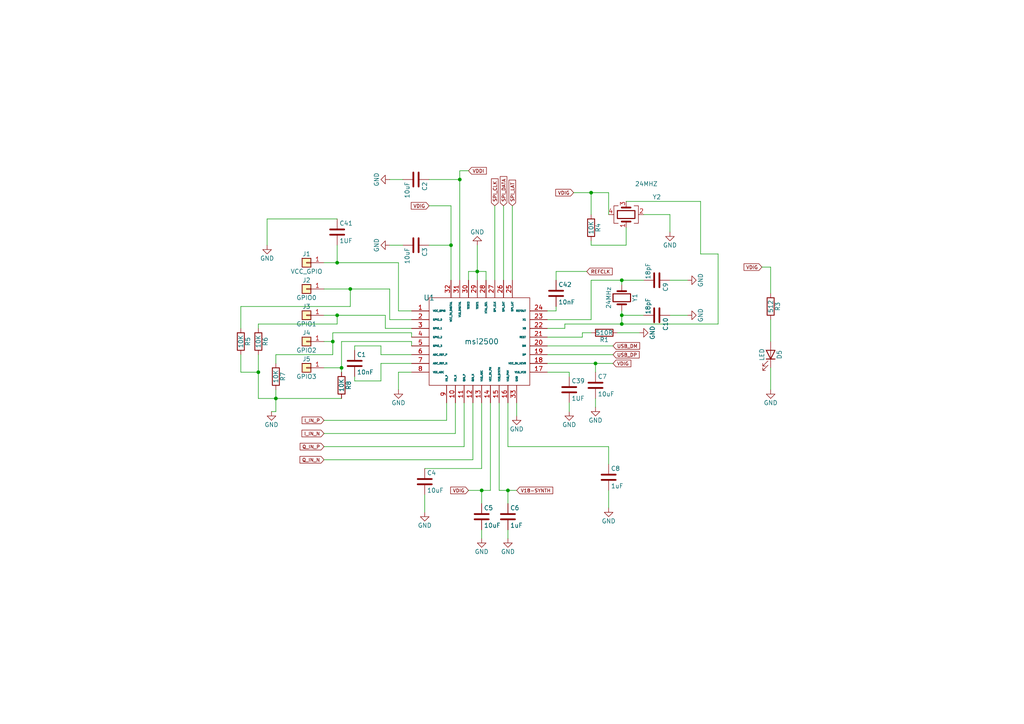
<source format=kicad_sch>
(kicad_sch (version 20211123) (generator eeschema)
  (paper "A4")
  (lib_symbols
    (symbol "Device:C" (pin_numbers hide) (pin_names (offset 0.254))
      (property "Reference" "C" (at 0.635 2.54 0))
      (property "Value" "C" (at 0.635 -2.54 0))
      (symbol "C_0_1"
        (polyline (pts (xy -2.032 -0.762) (xy 2.032 -0.762)) (stroke (width 0.508)))
        (polyline (pts (xy -2.032 0.762) (xy 2.032 0.762)) (stroke (width 0.508)))
      )
      (symbol "C_1_1"
        (pin passive line (at 0 3.81 270) (length 2.794) (name "~") (number "1"))
        (pin passive line (at 0 -3.81 90) (length 2.794) (name "~") (number "2"))
      )
    )
    (symbol "Device:Crystal" (pin_numbers hide) (pin_names (offset 1.016) hide)
      (property "Reference" "Y" (at 0 3.81 0))
      (property "Value" "Crystal" (at 0 -3.81 0))
      (symbol "Crystal_0_1"
        (rectangle (start -1.143 2.54) (end 1.143 -2.54) (stroke (width 0.3048)))
        (polyline (pts (xy -2.54 0) (xy -1.905 0)))
        (polyline (pts (xy -1.905 -1.27) (xy -1.905 1.27)) (stroke (width 0.508)))
        (polyline (pts (xy 1.905 -1.27) (xy 1.905 1.27)) (stroke (width 0.508)))
        (polyline (pts (xy 2.54 0) (xy 1.905 0)))
      )
      (symbol "Crystal_1_1"
        (pin passive line (at -3.81 0 0) (length 1.27) (name "1") (number "1"))
        (pin passive line (at 3.81 0 180) (length 1.27) (name "2") (number "2"))
      )
    )
    (symbol "Device:Crystal_GND24" (pin_names (offset 1.016) hide)
      (property "Reference" "Y" (at 3.175 5.08 0))
      (property "Value" "Crystal_GND24" (at 3.175 3.175 0))
      (symbol "Crystal_GND24_0_1"
        (rectangle (start -1.143 2.54) (end 1.143 -2.54) (stroke (width 0.3048)))
        (polyline (pts (xy -2.54 0) (xy -2.032 0)))
        (polyline (pts (xy -2.032 -1.27) (xy -2.032 1.27)) (stroke (width 0.508)))
        (polyline (pts (xy 0 -3.81) (xy 0 -3.556)))
        (polyline (pts (xy 0 3.556) (xy 0 3.81)))
        (polyline (pts (xy 2.032 -1.27) (xy 2.032 1.27)) (stroke (width 0.508)))
        (polyline (pts (xy 2.032 0) (xy 2.54 0)))
        (polyline (pts (xy -2.54 -2.286) (xy -2.54 -3.556) (xy 2.54 -3.556) (xy 2.54 -2.286)))
        (polyline (pts (xy -2.54 2.286) (xy -2.54 3.556) (xy 2.54 3.556) (xy 2.54 2.286)))
      )
      (symbol "Crystal_GND24_1_1"
        (pin passive line (at -3.81 0 0) (length 1.27) (name "1") (number "1"))
        (pin passive line (at 0 5.08 270) (length 1.27) (name "2") (number "2"))
        (pin passive line (at 3.81 0 180) (length 1.27) (name "3") (number "3"))
        (pin passive line (at 0 -5.08 90) (length 1.27) (name "4") (number "4"))
      )
    )
    (symbol "Device:LED" (pin_numbers hide) (pin_names (offset 1.016) hide)
      (property "Reference" "D" (at 0 2.54 0))
      (property "Value" "LED" (at 0 -2.54 0))
      (symbol "LED_0_1"
        (polyline (pts (xy -1.27 -1.27) (xy -1.27 1.27)) (stroke (width 0.254)))
        (polyline (pts (xy -1.27 0) (xy 1.27 0)))
        (polyline (pts (xy 1.27 -1.27) (xy 1.27 1.27) (xy -1.27 0) (xy 1.27 -1.27)) (stroke (width 0.254)))
        (polyline (pts (xy -3.048 -0.762) (xy -4.572 -2.286) (xy -3.81 -2.286) (xy -4.572 -2.286) (xy -4.572 -1.524)))
        (polyline (pts (xy -1.778 -0.762) (xy -3.302 -2.286) (xy -2.54 -2.286) (xy -3.302 -2.286) (xy -3.302 -1.524)))
      )
      (symbol "LED_1_1"
        (pin passive line (at -3.81 0 0) (length 2.54) (name "K") (number "1"))
        (pin passive line (at 3.81 0 180) (length 2.54) (name "A") (number "2"))
      )
    )
    (symbol "Device:R" (pin_numbers hide) (pin_names (offset 0))
      (property "Reference" "R" (at 2.032 0 90))
      (property "Value" "R" (at 0 0 90))
      (symbol "R_0_1"
        (rectangle (start -1.016 -2.54) (end 1.016 2.54) (stroke (width 0.254)))
      )
      (symbol "R_1_1"
        (pin passive line (at 0 3.81 270) (length 1.27) (name "~") (number "1"))
        (pin passive line (at 0 -3.81 90) (length 1.27) (name "~") (number "2"))
      )
    )
    (symbol "msi:msi2500" (pin_names (offset 1.016))
      (property "Reference" "U" (at 0 0 0))
      (property "Value" "msi2500" (at 15.24 -12.7 0))
      (symbol "msi2500_0_1"
        (rectangle (start 0 0) (end 29.21 -25.4))
      )
      (symbol "msi2500_1_1"
        (pin input line (at -5.08 -3.81 0) (length 5.08) (name "VCC_GPIO") (number "1"))
        (pin input line (at 7.62 -30.48 90) (length 5.08) (name "IIN_N") (number "10"))
        (pin input line (at 10.16 -30.48 90) (length 5.08) (name "QIN_P") (number "11"))
        (pin input line (at 12.7 -30.48 90) (length 5.08) (name "QIN_N") (number "12"))
        (pin input line (at 15.24 -30.48 90) (length 5.08) (name "V18_ADC") (number "13"))
        (pin input line (at 17.78 -30.48 90) (length 5.08) (name "VCC_3V_PM") (number "14"))
        (pin input line (at 20.32 -30.48 90) (length 5.08) (name "V18_SYNTH") (number "15"))
        (pin input line (at 22.86 -30.48 90) (length 5.08) (name "V18_PHY") (number "16"))
        (pin input line (at 34.29 -21.59 180) (length 5.08) (name "V15_VCO") (number "17"))
        (pin input line (at 34.29 -19.05 180) (length 5.08) (name "VCC_3V_XCVR") (number "18"))
        (pin input line (at 34.29 -16.51 180) (length 5.08) (name "DP") (number "19"))
        (pin input line (at -5.08 -6.35 0) (length 5.08) (name "GPIO_0") (number "2"))
        (pin input line (at 34.29 -13.97 180) (length 5.08) (name "DM") (number "20"))
        (pin input line (at 34.29 -11.43 180) (length 5.08) (name "REST") (number "21"))
        (pin input line (at 34.29 -8.89 180) (length 5.08) (name "X0") (number "22"))
        (pin input line (at 34.29 -6.35 180) (length 5.08) (name "X1") (number "23"))
        (pin input line (at 34.29 -3.81 180) (length 5.08) (name "REFOUT") (number "24"))
        (pin input line (at 24.13 5.08 270) (length 5.08) (name "SPI_LAT") (number "25"))
        (pin input line (at 21.59 5.08 270) (length 5.08) (name "SPI_DAT") (number "26"))
        (pin input line (at 19.05 5.08 270) (length 5.08) (name "SPI_CLK") (number "27"))
        (pin input line (at 16.51 5.08 270) (length 5.08) (name "XTAL_SEL") (number "28"))
        (pin input line (at 13.97 5.08 270) (length 5.08) (name "TEST1") (number "29"))
        (pin input line (at -5.08 -8.89 0) (length 5.08) (name "GPIO_1") (number "3"))
        (pin input line (at 11.43 5.08 270) (length 5.08) (name "TEST2") (number "30"))
        (pin input line (at 8.89 5.08 270) (length 5.08) (name "V18_DIGITAL") (number "31"))
        (pin input line (at 6.35 5.08 270) (length 5.08) (name "VCC_3V_DIGITAL") (number "32"))
        (pin input line (at 25.4 -30.48 90) (length 5.08) (name "GND") (number "33"))
        (pin input line (at -5.08 -11.43 0) (length 5.08) (name "GPIO_2") (number "4"))
        (pin input line (at -5.08 -13.97 0) (length 5.08) (name "GPIO_3") (number "5"))
        (pin input line (at -5.08 -16.51 0) (length 5.08) (name "ADC_REF_P") (number "6"))
        (pin input line (at -5.08 -19.05 0) (length 5.08) (name "ADC_REF_N") (number "7"))
        (pin input line (at -5.08 -21.59 0) (length 5.08) (name "VEE_ADC") (number "8"))
        (pin input line (at 5.08 -30.48 90) (length 5.08) (name "IIN_P") (number "9"))
      )
    )
    (symbol "msisdr-rescue:Conn_01x01" (pin_names (offset 1.016) hide)
      (property "Reference" "J" (at 0 2.54 0))
      (property "Value" "Conn_01x01" (at 0 -2.54 0))
      (symbol "Conn_01x01_1_1"
        (rectangle (start -1.27 0.127) (end 0 -0.127) (stroke (width 0.1524)))
        (rectangle (start -1.27 1.27) (end 1.27 -1.27) (stroke (width 0.254)) (fill (type background)))
        (pin passive line (at -5.08 0 0) (length 3.81) (name "Pin_1") (number "1"))
      )
    )
    (symbol "power:GND" (power) (pin_names (offset 0))
      (property "Value" "GND" (at 0 -3.81 0))
      (symbol "GND_0_1"
        (polyline (pts (xy 0 0) (xy 0 -1.27) (xy 1.27 -1.27) (xy 0 -2.54) (xy -1.27 -1.27) (xy 0 -1.27)))
      )
      (symbol "GND_1_1"
        (pin power_in line (at 0 0 270) (length 0) hide (name "GND") (number "1"))
      )
    )
  )
  (junction (at 138.43 78.74))
  (junction (at 180.34 81.28))
  (junction (at 172.72 105.41))
  (junction (at 96.52 99.06))
  (junction (at 99.06 106.68))
  (junction (at 133.35 52.07))
  (junction (at 130.81 71.12))
  (junction (at 74.93 107.95))
  (junction (at 97.79 91.44))
  (junction (at 97.79 76.2))
  (junction (at 101.6 83.82))
  (junction (at 147.32 142.24))
  (junction (at 171.45 55.88))
  (junction (at 180.34 91.44))
  (junction (at 139.7 142.24))
  (junction (at 180.34 93.98))
  (junction (at 80.01 115.57))
  (wire (pts (xy 101.6 88.9) (xy 69.85 88.9)))
  (wire (pts (xy 181.61 71.12) (xy 171.45 71.12)))
  (wire (pts (xy 101.6 83.82) (xy 101.6 88.9)))
  (wire (pts (xy 171.45 55.88) (xy 176.53 55.88)))
  (wire (pts (xy 158.75 90.17) (xy 161.29 90.17)))
  (wire (pts (xy 137.16 133.35) (xy 93.98 133.35)))
  (wire (pts (xy 97.79 63.5) (xy 77.47 63.5)))
  (wire (pts (xy 139.7 135.89) (xy 123.19 135.89)))
  (wire (pts (xy 111.76 91.44) (xy 97.79 91.44)))
  (wire (pts (xy 171.45 92.71) (xy 158.75 92.71)))
  (wire (pts (xy 180.34 90.17) (xy 180.34 91.44)))
  (wire (pts (xy 102.87 109.22) (xy 102.87 110.49)))
  (wire (pts (xy 161.29 78.74) (xy 170.18 78.74)))
  (wire (pts (xy 93.98 83.82) (xy 101.6 83.82)))
  (wire (pts (xy 77.47 63.5) (xy 77.47 71.12)))
  (wire (pts (xy 110.49 105.41) (xy 119.38 105.41)))
  (wire (pts (xy 80.01 119.38) (xy 78.74 119.38)))
  (wire (pts (xy 176.53 147.32) (xy 176.53 142.24)))
  (wire (pts (xy 135.89 78.74) (xy 138.43 78.74)))
  (wire (pts (xy 97.79 71.12) (xy 97.79 76.2)))
  (wire (pts (xy 115.57 76.2) (xy 97.79 76.2)))
  (wire (pts (xy 102.87 100.33) (xy 102.87 101.6)))
  (wire (pts (xy 119.38 96.52) (xy 119.38 97.79)))
  (wire (pts (xy 161.29 81.28) (xy 161.29 78.74)))
  (wire (pts (xy 69.85 88.9) (xy 69.85 95.25)))
  (wire (pts (xy 176.53 55.88) (xy 176.53 62.23)))
  (wire (pts (xy 147.32 156.21) (xy 147.32 153.67)))
  (wire (pts (xy 194.31 81.28) (xy 199.39 81.28)))
  (wire (pts (xy 158.75 105.41) (xy 172.72 105.41)))
  (wire (pts (xy 135.89 81.28) (xy 135.89 78.74)))
  (wire (pts (xy 113.03 83.82) (xy 113.03 92.71)))
  (wire (pts (xy 97.79 76.2) (xy 93.98 76.2)))
  (wire (pts (xy 130.81 71.12) (xy 130.81 81.28)))
  (wire (pts (xy 194.31 62.23) (xy 194.31 67.31)))
  (wire (pts (xy 102.87 110.49) (xy 110.49 110.49)))
  (wire (pts (xy 203.2 58.42) (xy 203.2 73.66)))
  (wire (pts (xy 186.69 91.44) (xy 180.34 91.44)))
  (wire (pts (xy 171.45 62.23) (xy 171.45 55.88)))
  (wire (pts (xy 133.35 52.07) (xy 133.35 81.28)))
  (wire (pts (xy 69.85 107.95) (xy 74.93 107.95)))
  (wire (pts (xy 80.01 115.57) (xy 80.01 119.38)))
  (wire (pts (xy 140.97 78.74) (xy 140.97 81.28)))
  (wire (pts (xy 147.32 116.84) (xy 147.32 129.54)))
  (wire (pts (xy 96.52 96.52) (xy 96.52 99.06)))
  (wire (pts (xy 97.79 91.44) (xy 97.79 93.98)))
  (wire (pts (xy 97.79 91.44) (xy 93.98 91.44)))
  (wire (pts (xy 80.01 102.87) (xy 80.01 105.41)))
  (wire (pts (xy 146.05 59.69) (xy 146.05 81.28)))
  (wire (pts (xy 99.06 106.68) (xy 99.06 107.95)))
  (wire (pts (xy 147.32 146.05) (xy 147.32 142.24)))
  (wire (pts (xy 139.7 156.21) (xy 139.7 153.67)))
  (wire (pts (xy 199.39 91.44) (xy 194.31 91.44)))
  (wire (pts (xy 116.84 71.12) (xy 113.03 71.12)))
  (wire (pts (xy 97.79 93.98) (xy 74.93 93.98)))
  (wire (pts (xy 208.28 73.66) (xy 208.28 93.98)))
  (wire (pts (xy 93.98 129.54) (xy 134.62 129.54)))
  (wire (pts (xy 168.91 96.52) (xy 171.45 96.52)))
  (wire (pts (xy 133.35 49.53) (xy 133.35 52.07)))
  (wire (pts (xy 158.75 102.87) (xy 177.8 102.87)))
  (wire (pts (xy 180.34 91.44) (xy 180.34 93.98)))
  (wire (pts (xy 180.34 82.55) (xy 180.34 81.28)))
  (wire (pts (xy 93.98 99.06) (xy 96.52 99.06)))
  (wire (pts (xy 139.7 142.24) (xy 139.7 146.05)))
  (wire (pts (xy 135.89 142.24) (xy 139.7 142.24)))
  (wire (pts (xy 119.38 107.95) (xy 115.57 107.95)))
  (wire (pts (xy 135.89 49.53) (xy 133.35 49.53)))
  (wire (pts (xy 96.52 99.06) (xy 96.52 102.87)))
  (wire (pts (xy 119.38 100.33) (xy 119.38 99.06)))
  (wire (pts (xy 171.45 71.12) (xy 171.45 69.85)))
  (wire (pts (xy 130.81 71.12) (xy 124.46 71.12)))
  (wire (pts (xy 123.19 143.51) (xy 123.19 148.59)))
  (wire (pts (xy 176.53 129.54) (xy 176.53 134.62)))
  (wire (pts (xy 99.06 99.06) (xy 99.06 106.68)))
  (wire (pts (xy 101.6 83.82) (xy 113.03 83.82)))
  (wire (pts (xy 119.38 90.17) (xy 115.57 90.17)))
  (wire (pts (xy 180.34 93.98) (xy 208.28 93.98)))
  (wire (pts (xy 179.07 96.52) (xy 185.42 96.52)))
  (wire (pts (xy 158.75 97.79) (xy 168.91 97.79)))
  (wire (pts (xy 110.49 102.87) (xy 110.49 100.33)))
  (wire (pts (xy 158.75 107.95) (xy 165.1 107.95)))
  (wire (pts (xy 74.93 107.95) (xy 74.93 115.57)))
  (wire (pts (xy 113.03 92.71) (xy 119.38 92.71)))
  (wire (pts (xy 134.62 129.54) (xy 134.62 116.84)))
  (wire (pts (xy 223.52 77.47) (xy 220.98 77.47)))
  (wire (pts (xy 96.52 102.87) (xy 80.01 102.87)))
  (wire (pts (xy 116.84 52.07) (xy 113.03 52.07)))
  (wire (pts (xy 142.24 142.24) (xy 142.24 116.84)))
  (wire (pts (xy 74.93 115.57) (xy 80.01 115.57)))
  (wire (pts (xy 168.91 97.79) (xy 168.91 96.52)))
  (wire (pts (xy 161.29 90.17) (xy 161.29 88.9)))
  (wire (pts (xy 138.43 78.74) (xy 140.97 78.74)))
  (wire (pts (xy 158.75 100.33) (xy 177.8 100.33)))
  (wire (pts (xy 129.54 121.92) (xy 129.54 116.84)))
  (wire (pts (xy 69.85 102.87) (xy 69.85 107.95)))
  (wire (pts (xy 110.49 110.49) (xy 110.49 105.41)))
  (wire (pts (xy 139.7 116.84) (xy 139.7 135.89)))
  (wire (pts (xy 80.01 115.57) (xy 99.06 115.57)))
  (wire (pts (xy 80.01 113.03) (xy 80.01 115.57)))
  (wire (pts (xy 171.45 81.28) (xy 171.45 92.71)))
  (wire (pts (xy 144.78 116.84) (xy 144.78 142.24)))
  (wire (pts (xy 119.38 99.06) (xy 99.06 99.06)))
  (wire (pts (xy 137.16 133.35) (xy 137.16 116.84)))
  (wire (pts (xy 148.59 81.28) (xy 148.59 59.69)))
  (wire (pts (xy 181.61 58.42) (xy 203.2 58.42)))
  (wire (pts (xy 143.51 81.28) (xy 143.51 59.69)))
  (wire (pts (xy 147.32 142.24) (xy 149.86 142.24)))
  (wire (pts (xy 172.72 107.95) (xy 172.72 105.41)))
  (wire (pts (xy 130.81 59.69) (xy 130.81 71.12)))
  (wire (pts (xy 172.72 118.11) (xy 172.72 115.57)))
  (wire (pts (xy 99.06 106.68) (xy 93.98 106.68)))
  (wire (pts (xy 93.98 121.92) (xy 129.54 121.92)))
  (wire (pts (xy 74.93 102.87) (xy 74.93 107.95)))
  (wire (pts (xy 138.43 71.12) (xy 138.43 78.74)))
  (wire (pts (xy 163.83 95.25) (xy 163.83 93.98)))
  (wire (pts (xy 158.75 95.25) (xy 163.83 95.25)))
  (wire (pts (xy 165.1 116.84) (xy 165.1 119.38)))
  (wire (pts (xy 132.08 125.73) (xy 93.98 125.73)))
  (wire (pts (xy 115.57 107.95) (xy 115.57 113.03)))
  (wire (pts (xy 139.7 142.24) (xy 142.24 142.24)))
  (wire (pts (xy 163.83 93.98) (xy 180.34 93.98)))
  (wire (pts (xy 223.52 85.09) (xy 223.52 77.47)))
  (wire (pts (xy 180.34 81.28) (xy 186.69 81.28)))
  (wire (pts (xy 110.49 100.33) (xy 102.87 100.33)))
  (wire (pts (xy 172.72 105.41) (xy 177.8 105.41)))
  (wire (pts (xy 149.86 120.65) (xy 149.86 116.84)))
  (wire (pts (xy 124.46 52.07) (xy 133.35 52.07)))
  (wire (pts (xy 96.52 96.52) (xy 119.38 96.52)))
  (wire (pts (xy 115.57 90.17) (xy 115.57 76.2)))
  (wire (pts (xy 74.93 93.98) (xy 74.93 95.25)))
  (wire (pts (xy 165.1 107.95) (xy 165.1 109.22)))
  (wire (pts (xy 138.43 78.74) (xy 138.43 81.28)))
  (wire (pts (xy 223.52 113.03) (xy 223.52 106.68)))
  (wire (pts (xy 147.32 129.54) (xy 176.53 129.54)))
  (wire (pts (xy 124.46 59.69) (xy 130.81 59.69)))
  (wire (pts (xy 119.38 95.25) (xy 111.76 95.25)))
  (wire (pts (xy 144.78 142.24) (xy 147.32 142.24)))
  (wire (pts (xy 111.76 95.25) (xy 111.76 91.44)))
  (wire (pts (xy 132.08 116.84) (xy 132.08 125.73)))
  (wire (pts (xy 223.52 92.71) (xy 223.52 99.06)))
  (wire (pts (xy 186.69 62.23) (xy 194.31 62.23)))
  (wire (pts (xy 203.2 73.66) (xy 208.28 73.66)))
  (wire (pts (xy 181.61 66.04) (xy 181.61 71.12)))
  (wire (pts (xy 171.45 81.28) (xy 180.34 81.28)))
  (wire (pts (xy 166.37 55.88) (xy 171.45 55.88)))
  (wire (pts (xy 119.38 102.87) (xy 110.49 102.87)))
  (global_label "SPI_LAT" (shape input) (at 148.59 59.69 90) (effects (font (size 0.9906 0.9906))) (property "Intersheet References" "${INTERSHEET_REFS}" (effects hide)))
  (global_label "USB_DM" (shape input) (at 177.8 100.33 0) (effects (font (size 0.9906 0.9906))) (property "Intersheet References" "${INTERSHEET_REFS}" (effects hide)))
  (global_label "I_IN_N" (shape input) (at 93.98 125.73 180) (effects (font (size 0.9906 0.9906))) (property "Intersheet References" "${INTERSHEET_REFS}" (effects hide)))
  (global_label "SPI_CLK" (shape input) (at 143.51 59.69 90) (effects (font (size 0.9906 0.9906))) (property "Intersheet References" "${INTERSHEET_REFS}" (effects hide)))
  (global_label "USB_DP" (shape input) (at 177.8 102.87 0) (effects (font (size 0.9906 0.9906))) (property "Intersheet References" "${INTERSHEET_REFS}" (effects hide)))
  (global_label "V18-SYNTH" (shape input) (at 149.86 142.24 0) (effects (font (size 0.9906 0.9906))) (property "Intersheet References" "${INTERSHEET_REFS}" (effects hide)))
  (global_label "SPI_DATA" (shape input) (at 146.05 59.69 90) (effects (font (size 0.9906 0.9906))) (property "Intersheet References" "${INTERSHEET_REFS}" (effects hide)))
  (global_label "VDIG" (shape input) (at 220.98 77.47 180) (effects (font (size 0.9906 0.9906))) (property "Intersheet References" "${INTERSHEET_REFS}" (effects hide)))
  (global_label "VDIG" (shape input) (at 166.37 55.88 180) (effects (font (size 0.9906 0.9906))) (property "Intersheet References" "${INTERSHEET_REFS}" (effects hide)))
  (global_label "VDIG" (shape input) (at 135.89 142.24 180) (effects (font (size 0.9906 0.9906))) (property "Intersheet References" "${INTERSHEET_REFS}" (effects hide)))
  (global_label "Q_IN_N" (shape input) (at 93.98 133.35 180) (effects (font (size 0.9906 0.9906))) (property "Intersheet References" "${INTERSHEET_REFS}" (effects hide)))
  (global_label "VDIG" (shape input) (at 124.46 59.69 180) (effects (font (size 0.9906 0.9906))) (property "Intersheet References" "${INTERSHEET_REFS}" (effects hide)))
  (global_label "VDDI" (shape input) (at 135.89 49.53 0) (effects (font (size 0.9906 0.9906))) (property "Intersheet References" "${INTERSHEET_REFS}" (effects hide)))
  (global_label "REFCLK" (shape input) (at 170.18 78.74 0) (effects (font (size 0.9906 0.9906))) (property "Intersheet References" "${INTERSHEET_REFS}" (effects hide)))
  (global_label "VDIG" (shape input) (at 177.8 105.41 0) (effects (font (size 0.9906 0.9906))) (property "Intersheet References" "${INTERSHEET_REFS}" (effects hide)))
  (global_label "I_IN_P" (shape input) (at 93.98 121.92 180) (effects (font (size 0.9906 0.9906))) (property "Intersheet References" "${INTERSHEET_REFS}" (effects hide)))
  (global_label "Q_IN_P" (shape input) (at 93.98 129.54 180) (effects (font (size 0.9906 0.9906))) (property "Intersheet References" "${INTERSHEET_REFS}" (effects hide)))
  (symbol (lib_id "power:GND") (at 138.43 71.12 0) (mirror x) (unit 1)
    (property "Reference" "#PWR7" (effects hide))
    (property "Value" "GND" (at 138.43 67.31 0))
  )
  (symbol (lib_id "Device:C") (at 102.87 105.41 0) (unit 1)
    (property "Reference" "C1" (at 103.505 102.87 0) (effects (justify left)))
    (property "Value" "10nF" (at 103.505 107.95 0) (effects (justify left)))
    (property "Footprint" "Capacitors_SMD:C_0603" (effects hide))
  )
  (symbol (lib_id "Device:C") (at 123.19 139.7 0) (unit 1)
    (property "Reference" "C4" (at 123.825 137.16 0) (effects (justify left)))
    (property "Value" "10uF" (at 123.825 142.24 0) (effects (justify left)))
    (property "Footprint" "Capacitors_SMD:C_0805" (effects hide))
  )
  (symbol (lib_id "power:GND") (at 149.86 120.65 0) (unit 1)
    (property "Reference" "#PWR10" (effects hide))
    (property "Value" "GND" (at 149.86 124.46 0))
  )
  (symbol (lib_id "power:GND") (at 115.57 113.03 0) (unit 1)
    (property "Reference" "#PWR5" (effects hide))
    (property "Value" "GND" (at 115.57 116.84 0))
  )
  (symbol (lib_id "Device:C") (at 176.53 138.43 0) (unit 1)
    (property "Reference" "C8" (at 177.165 135.89 0) (effects (justify left)))
    (property "Value" "1uF" (at 177.165 140.97 0) (effects (justify left)))
    (property "Footprint" "Capacitors_SMD:C_0805" (effects hide))
  )
  (symbol (lib_id "power:GND") (at 123.19 148.59 0) (unit 1)
    (property "Reference" "#PWR6" (effects hide))
    (property "Value" "GND" (at 123.19 152.4 0))
  )
  (symbol (lib_id "power:GND") (at 176.53 147.32 0) (unit 1)
    (property "Reference" "#PWR13" (effects hide))
    (property "Value" "GND" (at 176.53 151.13 0))
  )
  (symbol (lib_id "Device:C") (at 139.7 149.86 0) (unit 1)
    (property "Reference" "C5" (at 140.335 147.32 0) (effects (justify left)))
    (property "Value" "10uF" (at 140.335 152.4 0) (effects (justify left)))
    (property "Footprint" "Capacitors_SMD:C_0805" (effects hide))
  )
  (symbol (lib_id "Device:C") (at 147.32 149.86 0) (unit 1)
    (property "Reference" "C6" (at 147.955 147.32 0) (effects (justify left)))
    (property "Value" "1uF" (at 147.955 152.4 0) (effects (justify left)))
    (property "Footprint" "Capacitors_SMD:C_0805" (effects hide))
  )
  (symbol (lib_id "power:GND") (at 139.7 156.21 0) (unit 1)
    (property "Reference" "#PWR8" (effects hide))
    (property "Value" "GND" (at 139.7 160.02 0))
  )
  (symbol (lib_id "power:GND") (at 147.32 156.21 0) (unit 1)
    (property "Reference" "#PWR9" (effects hide))
    (property "Value" "GND" (at 147.32 160.02 0))
  )
  (symbol (lib_id "power:GND") (at 165.1 119.38 0) (unit 1)
    (property "Reference" "#PWR11" (effects hide))
    (property "Value" "GND" (at 165.1 123.19 0))
  )
  (symbol (lib_id "power:GND") (at 172.72 118.11 0) (unit 1)
    (property "Reference" "#PWR12" (effects hide))
    (property "Value" "GND" (at 172.72 121.92 0))
  )
  (symbol (lib_id "power:GND") (at 185.42 96.52 90) (unit 1)
    (property "Reference" "#PWR14" (effects hide))
    (property "Value" "GND" (at 189.23 96.52 0))
  )
  (symbol (lib_id "Device:R") (at 175.26 96.52 270) (unit 1)
    (property "Reference" "R1" (at 175.26 98.552 90))
    (property "Value" "510R" (at 175.26 96.52 90))
    (property "Footprint" "Resistors_SMD:R_0603" (effects hide))
  )
  (symbol (lib_id "Device:Crystal") (at 180.34 86.36 270) (unit 1)
    (property "Reference" "Y1" (at 184.15 86.36 0))
    (property "Value" "24MHz" (at 176.53 86.36 0))
    (property "Footprint" "Crystals:Crystal_HC50_Vertical" (effects hide))
  )
  (symbol (lib_id "Device:C") (at 190.5 81.28 270) (unit 1)
    (property "Reference" "C9" (at 193.04 81.915 0) (effects (justify left)))
    (property "Value" "18pF" (at 187.96 76.2 0) (effects (justify left)))
    (property "Footprint" "Capacitors_SMD:C_0603" (effects hide))
  )
  (symbol (lib_id "Device:C") (at 190.5 91.44 270) (unit 1)
    (property "Reference" "C10" (at 193.04 92.075 0) (effects (justify left)))
    (property "Value" "18pF" (at 187.96 86.36 0) (effects (justify left)))
    (property "Footprint" "Capacitors_SMD:C_0603" (effects hide))
  )
  (symbol (lib_id "power:GND") (at 199.39 81.28 90) (unit 1)
    (property "Reference" "#PWR16" (effects hide))
    (property "Value" "GND" (at 203.2 81.28 0))
  )
  (symbol (lib_id "power:GND") (at 199.39 91.44 90) (mirror x) (unit 1)
    (property "Reference" "#PWR17" (effects hide))
    (property "Value" "GND" (at 203.2 91.44 0))
  )
  (symbol (lib_id "power:GND") (at 113.03 71.12 270) (unit 1)
    (property "Reference" "#PWR4" (effects hide))
    (property "Value" "GND" (at 109.22 71.12 0))
  )
  (symbol (lib_id "Device:C") (at 120.65 71.12 270) (unit 1)
    (property "Reference" "C3" (at 123.19 71.755 0) (effects (justify left)))
    (property "Value" "10uF" (at 118.11 71.755 0) (effects (justify left)))
    (property "Footprint" "Capacitors_SMD:C_0805" (effects hide))
  )
  (symbol (lib_id "Device:C") (at 120.65 52.07 270) (unit 1)
    (property "Reference" "C2" (at 123.19 52.705 0) (effects (justify left)))
    (property "Value" "10uF" (at 118.11 52.705 0) (effects (justify left)))
    (property "Footprint" "Capacitors_SMD:C_0805" (effects hide))
  )
  (symbol (lib_id "power:GND") (at 113.03 52.07 270) (mirror x) (unit 1)
    (property "Reference" "#PWR3" (effects hide))
    (property "Value" "GND" (at 109.22 52.07 0))
  )
  (symbol (lib_id "Device:C") (at 172.72 111.76 0) (unit 1)
    (property "Reference" "C7" (at 173.355 109.22 0) (effects (justify left)))
    (property "Value" "10uF" (at 173.355 114.3 0) (effects (justify left)))
    (property "Footprint" "Capacitors_SMD:C_0805" (effects hide))
  )
  (symbol (lib_id "msi:msi2500") (at 124.46 86.36 0) (unit 1)
    (property "Reference" "U1" (at 124.46 86.36 0) (effects (font (size 1.524 1.524))))
    (property "Value" "msi2500" (at 139.7 99.06 0) (effects (font (size 1.524 1.524))))
    (property "Footprint" "Housings_DFN_QFN:QFN-32-1EP_5x5mm_Pitch0.5mm" (effects hide))
  )
  (symbol (lib_id "msisdr-rescue:Conn_01x01") (at 88.9 76.2 0) (mirror y) (unit 1)
    (property "Reference" "J1" (at 88.9 73.66 0))
    (property "Value" "VCC_GPIO" (at 88.9 78.74 0))
    (property "Footprint" "Connectors:Pin_d0.7mm_L6.5mm_W1.8mm_FlatFork" (effects hide))
  )
  (symbol (lib_id "msisdr-rescue:Conn_01x01") (at 88.9 83.82 0) (mirror y) (unit 1)
    (property "Reference" "J2" (at 88.9 81.28 0))
    (property "Value" "GPIO0" (at 88.9 86.36 0))
    (property "Footprint" "Connectors:Pin_d0.7mm_L6.5mm_W1.8mm_FlatFork" (effects hide))
  )
  (symbol (lib_id "msisdr-rescue:Conn_01x01") (at 88.9 91.44 0) (mirror y) (unit 1)
    (property "Reference" "J3" (at 88.9 88.9 0))
    (property "Value" "GPIO1" (at 88.9 93.98 0))
    (property "Footprint" "Connectors:Pin_d0.7mm_L6.5mm_W1.8mm_FlatFork" (effects hide))
  )
  (symbol (lib_id "msisdr-rescue:Conn_01x01") (at 88.9 99.06 0) (mirror y) (unit 1)
    (property "Reference" "J4" (at 88.9 96.52 0))
    (property "Value" "GPIO2" (at 88.9 101.6 0))
    (property "Footprint" "Connectors:Pin_d0.7mm_L6.5mm_W1.8mm_FlatFork" (effects hide))
  )
  (symbol (lib_id "msisdr-rescue:Conn_01x01") (at 88.9 106.68 0) (mirror y) (unit 1)
    (property "Reference" "J5" (at 88.9 104.14 0))
    (property "Value" "GPIO3" (at 88.9 109.22 0))
    (property "Footprint" "Connectors:Pin_d0.7mm_L6.5mm_W1.8mm_FlatFork" (effects hide))
  )
  (symbol (lib_id "Device:C") (at 165.1 113.03 0) (unit 1)
    (property "Reference" "C39" (at 165.735 110.49 0) (effects (justify left)))
    (property "Value" "1UF" (at 165.735 115.57 0) (effects (justify left)))
    (property "Footprint" "Capacitors_SMD:C_0805" (effects hide))
  )
  (symbol (lib_id "Device:Crystal_GND24") (at 181.61 62.23 270) (mirror x) (unit 1)
    (property "Reference" "Y2" (at 189.23 57.15 90) (effects (justify left)))
    (property "Value" "24MHZ" (at 184.15 53.34 90) (effects (justify left)))
    (property "Footprint" "Crystals:Crystal_SMD_7050-4pin_7.0x5.0mm" (effects hide))
  )
  (symbol (lib_id "power:GND") (at 194.31 67.31 0) (unit 1)
    (property "Reference" "#PWR15" (effects hide))
    (property "Value" "GND" (at 194.31 71.12 0))
  )
  (symbol (lib_id "Device:LED") (at 223.52 102.87 270) (mirror x) (unit 1)
    (property "Reference" "D5" (at 226.06 102.87 0))
    (property "Value" "LED" (at 220.98 102.87 0))
    (property "Footprint" "Diodes_THT:D_DO-35_SOD27_P2.54mm_Vertical_AnodeUp" (effects hide))
  )
  (symbol (lib_id "Device:R") (at 223.52 88.9 0) (unit 1)
    (property "Reference" "R3" (at 225.552 88.9 90))
    (property "Value" "512" (at 223.52 88.9 90))
    (property "Footprint" "Resistors_SMD:R_0603" (effects hide))
  )
  (symbol (lib_id "power:GND") (at 223.52 113.03 0) (unit 1)
    (property "Reference" "#PWR18" (effects hide))
    (property "Value" "GND" (at 223.52 116.84 0))
  )
  (symbol (lib_id "Device:R") (at 171.45 66.04 0) (unit 1)
    (property "Reference" "R4" (at 173.482 66.04 90))
    (property "Value" "10K" (at 171.45 66.04 90))
    (property "Footprint" "Resistors_SMD:R_0603" (effects hide))
  )
  (symbol (lib_id "Device:R") (at 80.01 109.22 0) (unit 1)
    (property "Reference" "R7" (at 82.042 109.22 90))
    (property "Value" "10K" (at 80.01 109.22 90))
    (property "Footprint" "Resistors_SMD:R_0603" (effects hide))
  )
  (symbol (lib_id "Device:R") (at 74.93 99.06 0) (unit 1)
    (property "Reference" "R6" (at 76.962 99.06 90))
    (property "Value" "10K" (at 74.93 99.06 90))
    (property "Footprint" "Resistors_SMD:R_0603" (effects hide))
  )
  (symbol (lib_id "Device:R") (at 69.85 99.06 0) (unit 1)
    (property "Reference" "R5" (at 71.882 99.06 90))
    (property "Value" "10K" (at 69.85 99.06 90))
    (property "Footprint" "Resistors_SMD:R_0603" (effects hide))
  )
  (symbol (lib_id "power:GND") (at 78.74 119.38 0) (unit 1)
    (property "Reference" "#PWR2" (effects hide))
    (property "Value" "GND" (at 78.74 123.19 0))
  )
  (symbol (lib_id "Device:R") (at 99.06 111.76 0) (unit 1)
    (property "Reference" "R8" (at 101.092 111.76 90))
    (property "Value" "10K" (at 99.06 111.76 90))
    (property "Footprint" "Resistors_SMD:R_0603" (effects hide))
  )
  (symbol (lib_id "Device:C") (at 97.79 67.31 0) (unit 1)
    (property "Reference" "C41" (at 98.425 64.77 0) (effects (justify left)))
    (property "Value" "1UF" (at 98.425 69.85 0) (effects (justify left)))
    (property "Footprint" "Capacitors_SMD:C_0805" (effects hide))
  )
  (symbol (lib_id "power:GND") (at 77.47 71.12 0) (unit 1)
    (property "Reference" "#PWR1" (effects hide))
    (property "Value" "GND" (at 77.47 74.93 0))
  )
  (symbol (lib_id "Device:C") (at 161.29 85.09 0) (unit 1)
    (property "Reference" "C42" (at 161.925 82.55 0) (effects (justify left)))
    (property "Value" "10nF" (at 161.925 87.63 0) (effects (justify left)))
    (property "Footprint" "Capacitors_SMD:C_0603" (effects hide))
  )
)
</source>
